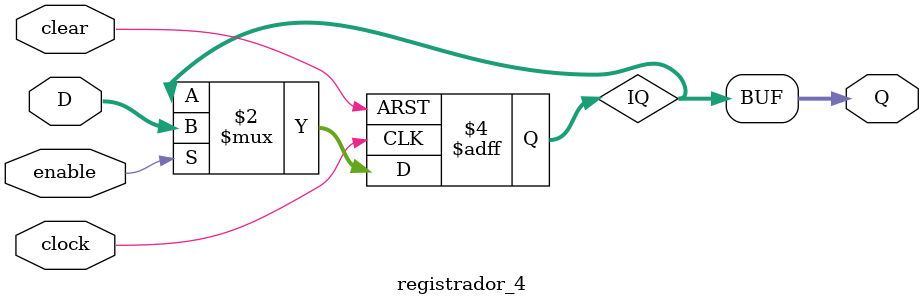
<source format=v>
module registrador_4 (
    input        clock,
    input        clear,
    input        enable,
    input  [6:0] D,
    output [6:0] Q
);

    reg [6:0] IQ;

    always @(posedge clock or posedge clear) begin
        if (clear)
            IQ <= 0;
        else if (enable)
            IQ <= D;
    end

    assign Q = IQ;

endmodule
</source>
